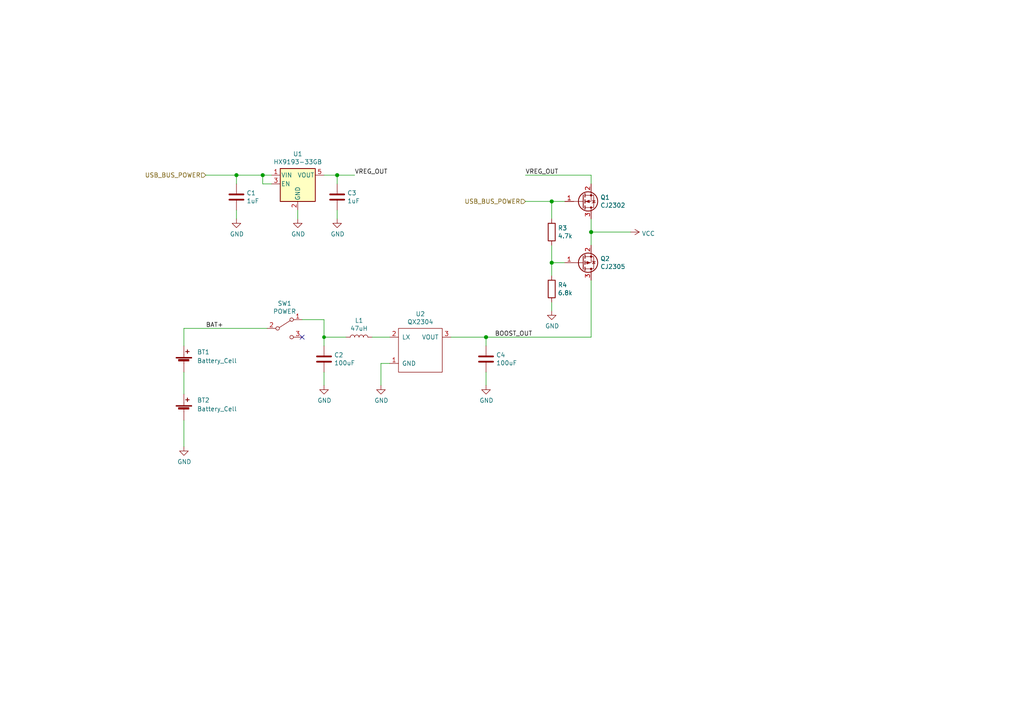
<source format=kicad_sch>
(kicad_sch (version 20211123) (generator eeschema)
  (paper "A4")
  (title_block (title "2x AA Battery power with switch to USB, reg to 3v3") (date "2022-06-12") (rev "1.0") (comment 1 "CC-BY-SA"))
  (lib_symbols
    (symbol "Device:Battery_Cell" (pin_numbers hide) (pin_names (offset 0) hide)
      (property "Reference" "BT" (at 2.54 2.54 0))
      (property "Value" "Battery_Cell" (at 2.54 0 0))
      (symbol "Battery_Cell_0_1"
        (rectangle (start -2.286 1.778) (end 2.286 1.524) (fill (type outline)))
        (rectangle (start -1.5748 1.1938) (end 1.4732 0.6858) (fill (type outline)))
        (polyline (pts (xy 0 0.762) (xy 0 0)))
        (polyline (pts (xy 0 1.778) (xy 0 2.54)))
        (polyline (pts (xy 0.508 3.429) (xy 1.524 3.429)) (stroke (width 0.254)))
        (polyline (pts (xy 1.016 3.937) (xy 1.016 2.921)) (stroke (width 0.254)))
      )
      (symbol "Battery_Cell_1_1"
        (pin passive line (at 0 5.08 270) (length 2.54) (name "+") (number "1"))
        (pin passive line (at 0 -2.54 90) (length 2.54) (name "-") (number "2"))
      )
    )
    (symbol "Regulator_Linear:AP2204K-3.3" (pin_names (offset 0.254))
      (property "Reference" "U" (at -5.08 5.715 0))
      (property "Value" "AP2204K-3.3" (at 0 5.715 0))
      (symbol "AP2204K-3.3_0_1"
        (rectangle (start -5.08 4.445) (end 5.08 -5.08) (stroke (width 0.254)) (fill (type background)))
      )
      (symbol "AP2204K-3.3_1_1"
        (pin power_in line (at -7.62 2.54 0) (length 2.54) (name "VIN") (number "1"))
        (pin power_in line (at 0 -7.62 90) (length 2.54) (name "GND") (number "2"))
        (pin input line (at -7.62 0 0) (length 2.54) (name "EN") (number "3"))
        (pin no_connect line (at 7.62 0 180) (length 2.54) hide (name "NC") (number "4"))
        (pin power_out line (at 7.62 2.54 180) (length 2.54) (name "VOUT") (number "5"))
      )
    )
    (symbol "Semiconductors:QX2304" (pin_names (offset 1.016))
      (property "Reference" "U" (at 0 1.27 0))
      (property "Value" "QX2304" (at 0 -1.27 0))
      (symbol "QX2304_0_1"
        (rectangle (start -6.35 6.35) (end 6.35 -6.35))
      )
      (symbol "QX2304_1_1"
        (pin passive line (at -8.89 -3.81 0) (length 2.54) (name "GND") (number "1"))
        (pin power_in line (at -8.89 3.81 0) (length 2.54) (name "LX") (number "2"))
        (pin power_out line (at 8.89 3.81 180) (length 2.54) (name "VOUT") (number "3"))
      )
    )
    (symbol "Switch:SW_SPDT" (pin_names (offset 0) hide)
      (property "Reference" "SW" (at 0 4.318 0))
      (property "Value" "SW_SPDT" (at 0 -5.08 0))
      (symbol "SW_SPDT_0_0"
        (circle (center -2.032 0) (radius 0.508))
        (circle (center 2.032 -2.54) (radius 0.508))
      )
      (symbol "SW_SPDT_0_1"
        (polyline (pts (xy -1.524 0.254) (xy 1.651 2.286)))
        (circle (center 2.032 2.54) (radius 0.508))
      )
      (symbol "SW_SPDT_1_1"
        (pin passive line (at 5.08 2.54 180) (length 2.54) (name "A") (number "1"))
        (pin passive line (at -5.08 0 0) (length 2.54) (name "B") (number "2"))
        (pin passive line (at 5.08 -2.54 180) (length 2.54) (name "C") (number "3"))
      )
    )
    (symbol "charliedistance-rescue:C-device" (pin_numbers hide) (pin_names (offset 0.254))
      (property "Reference" "C" (at 0.635 2.54 0))
      (property "Value" "C-device" (at 0.635 -2.54 0))
      (symbol "C-device_0_1"
        (polyline (pts (xy -2.032 -0.762) (xy 2.032 -0.762)) (stroke (width 0.508)))
        (polyline (pts (xy -2.032 0.762) (xy 2.032 0.762)) (stroke (width 0.508)))
      )
      (symbol "C-device_1_1"
        (pin passive line (at 0 3.81 270) (length 2.794) (name "~") (number "1"))
        (pin passive line (at 0 -3.81 90) (length 2.794) (name "~") (number "2"))
      )
    )
    (symbol "charliedistance-rescue:L-device" (pin_numbers hide) (pin_names (offset 1.016) hide)
      (property "Reference" "L" (at -1.27 0 90))
      (property "Value" "L-device" (at 1.905 0 90))
      (symbol "L-device_0_1"
        (arc (start 0 -2.54) (mid 0.635 -1.905) (end 0 -1.27))
        (arc (start 0 -1.27) (mid 0.635 -0.635) (end 0 0))
        (arc (start 0 0) (mid 0.635 0.635) (end 0 1.27))
        (arc (start 0 1.27) (mid 0.635 1.905) (end 0 2.54))
      )
      (symbol "L-device_1_1"
        (pin passive line (at 0 3.81 270) (length 1.27) (name "1") (number "1"))
        (pin passive line (at 0 -3.81 90) (length 1.27) (name "2") (number "2"))
      )
    )
    (symbol "charliedistance-rescue:Q_NMOS_GSD-device" (pin_names (offset 0) hide)
      (property "Reference" "Q" (at 5.08 1.27 0))
      (property "Value" "Q_NMOS_GSD-device" (at 5.08 -1.27 0))
      (symbol "Q_NMOS_GSD-device_0_1"
        (polyline (pts (xy 0.254 0) (xy -2.54 0)))
        (polyline (pts (xy 0.254 1.905) (xy 0.254 -1.905)) (stroke (width 0.254)))
        (polyline (pts (xy 0.762 -1.27) (xy 0.762 -2.286)) (stroke (width 0.254)))
        (polyline (pts (xy 0.762 0.508) (xy 0.762 -0.508)) (stroke (width 0.254)))
        (polyline (pts (xy 0.762 2.286) (xy 0.762 1.27)) (stroke (width 0.254)))
        (polyline (pts (xy 2.54 2.54) (xy 2.54 1.778)))
        (polyline (pts (xy 2.54 -2.54) (xy 2.54 0) (xy 0.762 0)))
        (polyline (pts (xy 0.762 -1.778) (xy 3.302 -1.778) (xy 3.302 1.778) (xy 0.762 1.778)))
        (polyline (pts (xy 1.016 0) (xy 2.032 0.381) (xy 2.032 -0.381) (xy 1.016 0)) (fill (type outline)))
        (polyline (pts (xy 2.794 0.508) (xy 2.921 0.381) (xy 3.683 0.381) (xy 3.81 0.254)))
        (polyline (pts (xy 3.302 0.381) (xy 2.921 -0.254) (xy 3.683 -0.254) (xy 3.302 0.381)))
        (circle (center 1.651 0) (radius 2.794) (stroke (width 0.254)))
        (circle (center 2.54 -1.778) (radius 0.254) (fill (type outline)))
        (circle (center 2.54 1.778) (radius 0.254) (fill (type outline)))
      )
      (symbol "Q_NMOS_GSD-device_1_1"
        (pin input line (at -5.08 0 0) (length 2.54) (name "G") (number "1"))
        (pin passive line (at 2.54 -5.08 90) (length 2.54) (name "S") (number "2"))
        (pin passive line (at 2.54 5.08 270) (length 2.54) (name "D") (number "3"))
      )
    )
    (symbol "charliedistance-rescue:Q_PMOS_GSD-device" (pin_names (offset 0) hide)
      (property "Reference" "Q" (at 5.08 1.27 0))
      (property "Value" "Q_PMOS_GSD-device" (at 5.08 -1.27 0))
      (symbol "Q_PMOS_GSD-device_0_1"
        (polyline (pts (xy 0.254 0) (xy -2.54 0)))
        (polyline (pts (xy 0.254 1.905) (xy 0.254 -1.905)) (stroke (width 0.254)))
        (polyline (pts (xy 0.762 -1.27) (xy 0.762 -2.286)) (stroke (width 0.254)))
        (polyline (pts (xy 0.762 0.508) (xy 0.762 -0.508)) (stroke (width 0.254)))
        (polyline (pts (xy 0.762 2.286) (xy 0.762 1.27)) (stroke (width 0.254)))
        (polyline (pts (xy 2.54 2.54) (xy 2.54 1.778)))
        (polyline (pts (xy 2.54 -2.54) (xy 2.54 0) (xy 0.762 0)))
        (polyline (pts (xy 0.762 1.778) (xy 3.302 1.778) (xy 3.302 -1.778) (xy 0.762 -1.778)))
        (polyline (pts (xy 2.286 0) (xy 1.27 0.381) (xy 1.27 -0.381) (xy 2.286 0)) (fill (type outline)))
        (polyline (pts (xy 2.794 -0.508) (xy 2.921 -0.381) (xy 3.683 -0.381) (xy 3.81 -0.254)))
        (polyline (pts (xy 3.302 -0.381) (xy 2.921 0.254) (xy 3.683 0.254) (xy 3.302 -0.381)))
        (circle (center 1.651 0) (radius 2.794) (stroke (width 0.254)))
        (circle (center 2.54 -1.778) (radius 0.254) (fill (type outline)))
        (circle (center 2.54 1.778) (radius 0.254) (fill (type outline)))
      )
      (symbol "Q_PMOS_GSD-device_1_1"
        (pin input line (at -5.08 0 0) (length 2.54) (name "G") (number "1"))
        (pin passive line (at 2.54 -5.08 90) (length 2.54) (name "S") (number "2"))
        (pin passive line (at 2.54 5.08 270) (length 2.54) (name "D") (number "3"))
      )
    )
    (symbol "charliedistance-rescue:R-device" (pin_numbers hide) (pin_names (offset 0))
      (property "Reference" "R" (at 2.032 0 90))
      (property "Value" "R-device" (at 0 0 90))
      (symbol "R-device_0_1"
        (rectangle (start -1.016 -2.54) (end 1.016 2.54) (stroke (width 0.254)))
      )
      (symbol "R-device_1_1"
        (pin passive line (at 0 3.81 270) (length 1.27) (name "~") (number "1"))
        (pin passive line (at 0 -3.81 90) (length 1.27) (name "~") (number "2"))
      )
    )
    (symbol "power:GND" (power) (pin_names (offset 0))
      (property "Value" "GND" (at 0 -3.81 0))
      (symbol "GND_0_1"
        (polyline (pts (xy 0 0) (xy 0 -1.27) (xy 1.27 -1.27) (xy 0 -2.54) (xy -1.27 -1.27) (xy 0 -1.27)))
      )
      (symbol "GND_1_1"
        (pin power_in line (at 0 0 270) (length 0) hide (name "GND") (number "1"))
      )
    )
    (symbol "power:VCC" (power) (pin_names (offset 0))
      (property "Value" "VCC" (at 0 3.81 0))
      (symbol "VCC_0_1"
        (polyline (pts (xy -0.762 1.27) (xy 0 2.54)))
        (polyline (pts (xy 0 0) (xy 0 2.54)))
        (polyline (pts (xy 0 2.54) (xy 0.762 1.27)))
      )
      (symbol "VCC_1_1"
        (pin power_in line (at 0 0 90) (length 0) hide (name "VCC") (number "1"))
      )
    )
  )
  (junction (at 93.98 97.79))
  (junction (at 97.79 50.8) (diameter 1.016))
  (junction (at 160.02 76.2) (diameter 1.016))
  (junction (at 160.02 58.42) (diameter 1.016))
  (junction (at 140.97 97.79) (diameter 1.016))
  (junction (at 76.2 50.8) (diameter 1.016))
  (junction (at 68.58 50.8) (diameter 1.016))
  (junction (at 171.45 67.31) (diameter 1.016))
  (no_connect (at 87.63 97.79))
  (wire (pts (xy 68.58 53.34) (xy 68.58 50.8)))
  (wire (pts (xy 93.98 107.95) (xy 93.98 111.76)))
  (wire (pts (xy 53.34 107.95) (xy 53.34 114.3)))
  (wire (pts (xy 160.02 76.2) (xy 160.02 80.01)))
  (wire (pts (xy 86.36 60.96) (xy 86.36 63.5)))
  (wire (pts (xy 140.97 100.33) (xy 140.97 97.79)))
  (wire (pts (xy 140.97 107.95) (xy 140.97 111.76)))
  (wire (pts (xy 140.97 97.79) (xy 171.45 97.79)))
  (wire (pts (xy 53.34 95.25) (xy 53.34 100.33)))
  (wire (pts (xy 76.2 53.34) (xy 76.2 50.8)))
  (wire (pts (xy 160.02 63.5) (xy 160.02 58.42)))
  (wire (pts (xy 97.79 50.8) (xy 102.87 50.8)))
  (wire (pts (xy 171.45 63.5) (xy 171.45 67.31)))
  (wire (pts (xy 93.98 97.79) (xy 93.98 100.33)))
  (wire (pts (xy 160.02 87.63) (xy 160.02 90.17)))
  (wire (pts (xy 97.79 53.34) (xy 97.79 50.8)))
  (wire (pts (xy 78.74 53.34) (xy 76.2 53.34)))
  (wire (pts (xy 87.63 92.71) (xy 93.98 92.71)))
  (wire (pts (xy 68.58 50.8) (xy 59.69 50.8)))
  (wire (pts (xy 113.03 97.79) (xy 107.95 97.79)))
  (wire (pts (xy 163.83 76.2) (xy 160.02 76.2)))
  (wire (pts (xy 100.33 97.79) (xy 93.98 97.79)))
  (wire (pts (xy 110.49 105.41) (xy 110.49 111.76)))
  (wire (pts (xy 171.45 53.34) (xy 171.45 50.8)))
  (wire (pts (xy 163.83 58.42) (xy 160.02 58.42)))
  (wire (pts (xy 160.02 58.42) (xy 152.4 58.42)))
  (wire (pts (xy 53.34 95.25) (xy 77.47 95.25)))
  (wire (pts (xy 171.45 67.31) (xy 182.88 67.31)))
  (wire (pts (xy 160.02 71.12) (xy 160.02 76.2)))
  (wire (pts (xy 113.03 105.41) (xy 110.49 105.41)))
  (wire (pts (xy 68.58 60.96) (xy 68.58 63.5)))
  (wire (pts (xy 93.98 50.8) (xy 97.79 50.8)))
  (wire (pts (xy 78.74 50.8) (xy 76.2 50.8)))
  (wire (pts (xy 93.98 92.71) (xy 93.98 97.79)))
  (wire (pts (xy 97.79 60.96) (xy 97.79 63.5)))
  (wire (pts (xy 76.2 50.8) (xy 68.58 50.8)))
  (wire (pts (xy 171.45 50.8) (xy 152.4 50.8)))
  (wire (pts (xy 171.45 81.28) (xy 171.45 97.79)))
  (wire (pts (xy 171.45 67.31) (xy 171.45 71.12)))
  (wire (pts (xy 53.34 121.92) (xy 53.34 129.54)))
  (wire (pts (xy 130.81 97.79) (xy 140.97 97.79)))
  (label "VREG_OUT" (at 152.4 50.8 0))
  (label "BOOST_OUT" (at 143.51 97.79 0))
  (label "BAT+" (at 59.69 95.25 0))
  (label "VREG_OUT" (at 102.87 50.8 0))
  (hierarchical_label "USB_BUS_POWER" (shape input) (at 59.69 50.8 180))
  (hierarchical_label "USB_BUS_POWER" (shape input) (at 152.4 58.42 180))
  (symbol (lib_id "power:GND") (at 160.02 90.17 0) (unit 1)
    (property "Reference" "#PWR012" (effects hide))
    (property "Value" "GND" (at 160.147 94.5642 0))
  )
  (symbol (lib_id "charliedistance-rescue:Q_PMOS_GSD-device") (at 168.91 76.2 0) (mirror x) (unit 1)
    (property "Reference" "Q2" (at 174.117 75.0316 0) (effects (justify left)))
    (property "Value" "CJ2305" (at 174.117 77.343 0) (effects (justify left)))
    (property "Footprint" "Package_TO_SOT_SMD:SOT-23" (effects hide))
  )
  (symbol (lib_id "charliedistance-rescue:L-device") (at 104.14 97.79 90) (unit 1)
    (property "Reference" "L1" (at 104.14 92.964 90))
    (property "Value" "47uH" (at 104.14 95.2754 90))
    (property "Footprint" "Inductor_SMD:L_1210_3225Metric" (effects hide))
  )
  (symbol (lib_id "power:GND") (at 140.97 111.76 0) (unit 1)
    (property "Reference" "#PWR011" (effects hide))
    (property "Value" "GND" (at 141.097 116.1542 0))
  )
  (symbol (lib_id "charliedistance-rescue:C-device") (at 68.58 57.15 0) (unit 1)
    (property "Reference" "C1" (at 71.501 55.9816 0) (effects (justify left)))
    (property "Value" "1uF" (at 71.501 58.293 0) (effects (justify left)))
    (property "Footprint" "Capacitor_SMD:C_0603_1608Metric" (effects hide))
  )
  (symbol (lib_id "charliedistance-rescue:Q_NMOS_GSD-device") (at 168.91 58.42 0) (mirror x) (unit 1)
    (property "Reference" "Q1" (at 174.117 57.2516 0) (effects (justify left)))
    (property "Value" "CJ2302" (at 174.117 59.563 0) (effects (justify left)))
    (property "Footprint" "Package_TO_SOT_SMD:SOT-23" (effects hide))
  )
  (symbol (lib_id "Switch:SW_SPDT") (at 82.55 95.25 0) (unit 1)
    (property "Reference" "SW1" (at 82.55 88.011 0))
    (property "Value" "POWER" (at 82.55 90.3224 0))
    (property "Footprint" "Button_Switch_SMD:SW_SPDT_PCM12" (effects hide))
  )
  (symbol (lib_id "power:GND") (at 68.58 63.5 0) (unit 1)
    (property "Reference" "#PWR06" (effects hide))
    (property "Value" "GND" (at 68.707 67.8942 0))
  )
  (symbol (lib_id "power:GND") (at 53.34 129.54 0) (unit 1)
    (property "Reference" "#PWR05" (effects hide))
    (property "Value" "GND" (at 53.467 133.9342 0))
  )
  (symbol (lib_id "charliedistance-rescue:C-device") (at 97.79 57.15 0) (unit 1)
    (property "Reference" "C3" (at 100.711 55.9816 0) (effects (justify left)))
    (property "Value" "1uF" (at 100.711 58.293 0) (effects (justify left)))
    (property "Footprint" "Capacitor_SMD:C_0603_1608Metric" (effects hide))
  )
  (symbol (lib_id "Device:Battery_Cell") (at 53.34 105.41 0) (unit 1)
    (property "Reference" "BT1" (at 57.15 102.1079 0) (effects (justify left)))
    (property "Value" "Battery_Cell" (at 57.15 104.6479 0) (effects (justify left)))
    (property "Footprint" "Power:Single_AA" (effects hide))
  )
  (symbol (lib_id "Device:Battery_Cell") (at 53.34 119.38 0) (unit 1)
    (property "Reference" "BT2" (at 57.15 116.0779 0) (effects (justify left)))
    (property "Value" "Battery_Cell" (at 57.15 118.6179 0) (effects (justify left)))
    (property "Footprint" "Power:Single_AA" (effects hide))
  )
  (symbol (lib_id "Semiconductors:QX2304") (at 121.92 101.6 0) (unit 1)
    (property "Reference" "U2" (at 121.92 91.059 0))
    (property "Value" "QX2304" (at 121.92 93.3704 0))
    (property "Footprint" "Package_TO_SOT_SMD:SOT-23" (effects hide))
  )
  (symbol (lib_id "Regulator_Linear:AP2204K-3.3") (at 86.36 53.34 0) (unit 1)
    (property "Reference" "U1" (at 86.36 44.6532 0))
    (property "Value" "HX9193-33GB" (at 86.36 46.9646 0))
    (property "Footprint" "Package_TO_SOT_SMD:SOT-23-5" (effects hide))
    (property "Datasheet" "https://datasheet.lcsc.com/szlcsc/1811131153_HX-hengjiaxing-HX9193-33GB_C296123.pdf" (effects hide))
  )
  (symbol (lib_id "power:GND") (at 86.36 63.5 0) (unit 1)
    (property "Reference" "#PWR07" (effects hide))
    (property "Value" "GND" (at 86.487 67.8942 0))
  )
  (symbol (lib_id "power:GND") (at 93.98 111.76 0) (unit 1)
    (property "Reference" "#PWR08" (effects hide))
    (property "Value" "GND" (at 94.107 116.1542 0))
  )
  (symbol (lib_id "charliedistance-rescue:R-device") (at 160.02 83.82 0) (unit 1)
    (property "Reference" "R4" (at 161.798 82.6516 0) (effects (justify left)))
    (property "Value" "6.8k" (at 161.798 84.963 0) (effects (justify left)))
    (property "Footprint" "Resistor_SMD:R_0603_1608Metric" (effects hide))
  )
  (symbol (lib_id "charliedistance-rescue:C-device") (at 140.97 104.14 0) (unit 1)
    (property "Reference" "C4" (at 143.891 102.9716 0) (effects (justify left)))
    (property "Value" "100uF" (at 143.891 105.283 0) (effects (justify left)))
    (property "Footprint" "Capacitor_SMD:C_1206_3216Metric" (effects hide))
  )
  (symbol (lib_id "power:GND") (at 97.79 63.5 0) (unit 1)
    (property "Reference" "#PWR09" (effects hide))
    (property "Value" "GND" (at 97.917 67.8942 0))
  )
  (symbol (lib_id "power:GND") (at 110.49 111.76 0) (unit 1)
    (property "Reference" "#PWR010" (effects hide))
    (property "Value" "GND" (at 110.617 116.1542 0))
  )
  (symbol (lib_id "power:VCC") (at 182.88 67.31 270) (unit 1)
    (property "Reference" "#PWR013" (effects hide))
    (property "Value" "VCC" (at 186.1312 67.7418 90) (effects (justify left)))
  )
  (symbol (lib_id "charliedistance-rescue:R-device") (at 160.02 67.31 0) (unit 1)
    (property "Reference" "R3" (at 161.798 66.1416 0) (effects (justify left)))
    (property "Value" "4.7k" (at 161.798 68.453 0) (effects (justify left)))
    (property "Footprint" "Resistor_SMD:R_0603_1608Metric" (effects hide))
  )
  (symbol (lib_id "charliedistance-rescue:C-device") (at 93.98 104.14 0) (unit 1)
    (property "Reference" "C2" (at 96.901 102.9716 0) (effects (justify left)))
    (property "Value" "100uF" (at 96.901 105.283 0) (effects (justify left)))
    (property "Footprint" "Capacitor_SMD:C_1206_3216Metric" (effects hide))
  )
)
</source>
